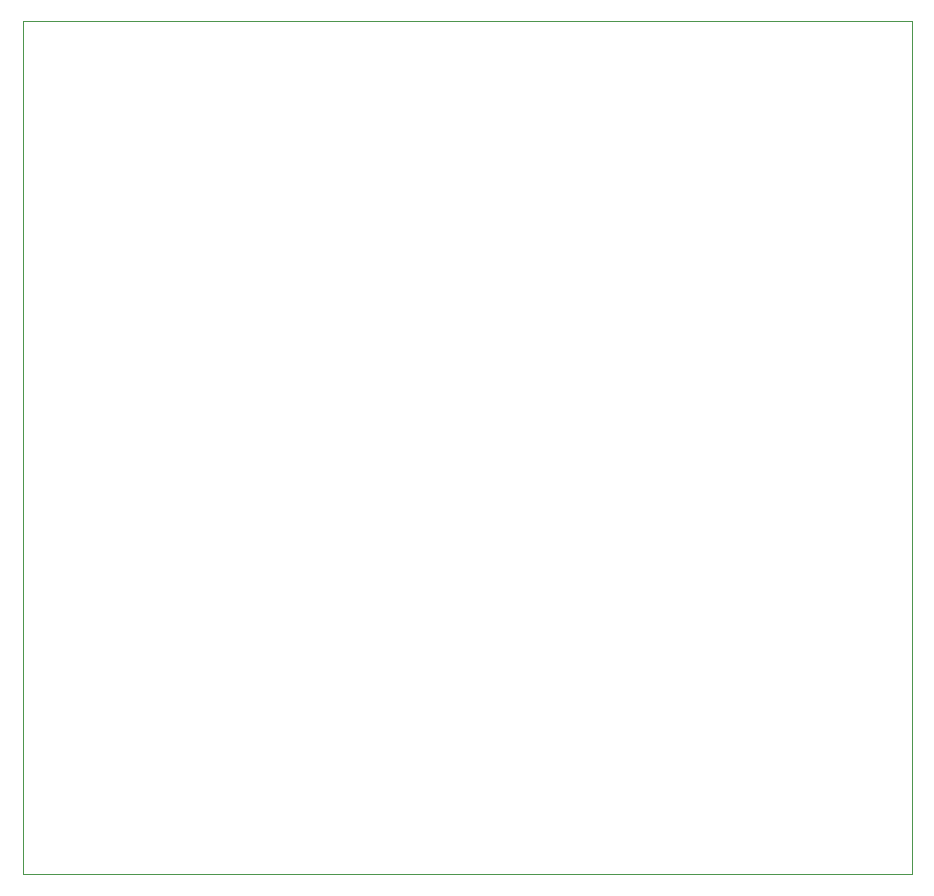
<source format=gbr>
%TF.GenerationSoftware,KiCad,Pcbnew,8.0.3*%
%TF.CreationDate,2024-07-01T23:59:29+01:00*%
%TF.ProjectId,TIMIDE,54494d49-4445-42e6-9b69-6361645f7063,rev?*%
%TF.SameCoordinates,Original*%
%TF.FileFunction,Profile,NP*%
%FSLAX46Y46*%
G04 Gerber Fmt 4.6, Leading zero omitted, Abs format (unit mm)*
G04 Created by KiCad (PCBNEW 8.0.3) date 2024-07-01 23:59:29*
%MOMM*%
%LPD*%
G01*
G04 APERTURE LIST*
%TA.AperFunction,Profile*%
%ADD10C,0.050000*%
%TD*%
G04 APERTURE END LIST*
D10*
X49600000Y-37850000D02*
X124900000Y-37850000D01*
X124900000Y-110100000D01*
X49600000Y-110100000D01*
X49600000Y-37850000D01*
M02*

</source>
